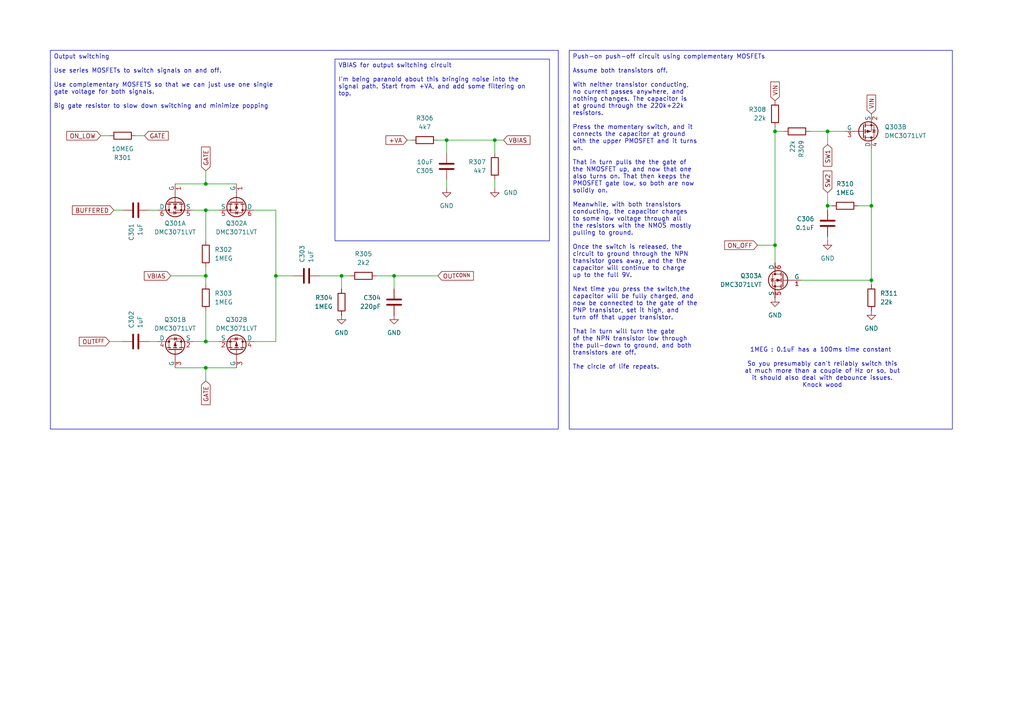
<source format=kicad_sch>
(kicad_sch (version 20250114) (generator "eeschema") (generator_version "9.0")
  (paper "A4")
  (lib_symbols
    (symbol "Device:C" (pin_numbers (hide yes)) (pin_names (offset 0.254))
      (property "Reference" "C" (at 0.635 2.54 0))
      (property "Value" "C" (at 0.635 -2.54 0))
      (symbol "C_0_1"
        (polyline (pts (xy -2.032 0.762) (xy 2.032 0.762)) (stroke (width 0.508)))
        (polyline (pts (xy -2.032 -0.762) (xy 2.032 -0.762)) (stroke (width 0.508)))
      )
      (symbol "C_1_1"
        (pin passive line (at 0 3.81 270) (length 2.794) (name "~") (number "1"))
        (pin passive line (at 0 -3.81 90) (length 2.794) (name "~") (number "2"))
      )
    )
    (symbol "Device:R" (pin_numbers (hide yes)) (pin_names (offset 0))
      (property "Reference" "R" (at 2.032 0 90))
      (property "Value" "R" (at 0 0 90))
      (symbol "R_0_1"
        (rectangle (start -1.016 -2.54) (end 1.016 2.54) (stroke (width 0.254)))
      )
      (symbol "R_1_1"
        (pin passive line (at 0 3.81 270) (length 1.27) (name "~") (number "1"))
        (pin passive line (at 0 -3.81 90) (length 1.27) (name "~") (number "2"))
      )
    )
    (symbol "Mylib:DMC3071LVT" (pin_names (offset 0))
      (property "Reference" "Q" (at 2.54 1.905 0))
      (property "Value" "DMC3071LVT" (at 2.54 0 0))
      (symbol "DMC3071LVT_0_1"
        (polyline (pts (xy -2.286 1.905) (xy -2.286 -1.905)) (stroke (width 0.254)))
        (polyline (pts (xy -2.286 0) (xy -5.08 0)))
        (polyline (pts (xy -1.778 2.286) (xy -1.778 1.27)) (stroke (width 0.254)))
        (polyline (pts (xy -1.778 0.508) (xy -1.778 -0.508)) (stroke (width 0.254)))
        (polyline (pts (xy -1.778 -1.27) (xy -1.778 -2.286)) (stroke (width 0.254)))
        (polyline (pts (xy -1.778 -1.778) (xy 0.762 -1.778) (xy 0.762 1.778) (xy -1.778 1.778)))
        (circle (center -0.889 0) (radius 2.794) (stroke (width 0.254)))
        (polyline (pts (xy 0 2.54) (xy 0 1.778)))
        (circle (center 0 1.778) (radius 0.254) (fill (type outline)))
        (circle (center 0 -1.778) (radius 0.254) (fill (type outline)))
        (polyline (pts (xy 0 -2.54) (xy 0 0) (xy -1.778 0)))
      )
      (symbol "DMC3071LVT_1_1"
        (polyline (pts (xy -1.524 0) (xy -0.508 0.381) (xy -0.508 -0.381) (xy -1.524 0)) (fill (type outline)))
        (polyline (pts (xy 0.254 0.508) (xy 0.381 0.381) (xy 1.143 0.381) (xy 1.27 0.254)))
        (polyline (pts (xy 0.762 0.381) (xy 0.381 -0.254) (xy 1.143 -0.254) (xy 0.762 0.381)))
        (pin passive line (at -7.62 0 0) (length 2.54) (name "G") (number "1"))
        (pin passive line (at 0 5.08 270) (length 2.54) (name "D") (number "6"))
        (pin passive line (at 0 -5.08 90) (length 2.54) (name "S") (number "5"))
      )
      (symbol "DMC3071LVT_2_1"
        (polyline (pts (xy -0.254 0) (xy -1.27 0.381) (xy -1.27 -0.381) (xy -0.254 0)) (fill (type outline)))
        (polyline (pts (xy 0.254 -0.508) (xy 0.381 -0.381) (xy 1.143 -0.381) (xy 1.27 -0.254)))
        (polyline (pts (xy 0.762 -0.381) (xy 0.381 0.254) (xy 1.143 0.254) (xy 0.762 -0.381)))
        (pin passive line (at -7.62 0 0) (length 2.54) (name "G") (number "3"))
        (pin passive line (at 0 5.08 270) (length 2.54) (name "D") (number "4"))
        (pin passive line (at 0 -5.08 90) (length 2.54) (name "S") (number "2"))
      )
    )
    (symbol "power:GND" (power) (pin_numbers (hide yes)) (pin_names (offset 0) (hide yes))
      (property "Value" "GND" (at 0 -3.81 0))
      (symbol "GND_0_1"
        (polyline (pts (xy 0 0) (xy 0 -1.27) (xy 1.27 -1.27) (xy 0 -2.54) (xy -1.27 -1.27) (xy 0 -1.27)))
      )
      (symbol "GND_1_1"
        (pin power_in line (at 0 0 270) (length 0) (name "~") (number "1"))
      )
    )
  )
  (text "1MEG : 0.1uF has a 100ms time constant \n\nSo you presumably can't reliably switch this\nat much more than a couple of Hz or so, but\nit should also deal with debounce issues.\nKnock wood" (at 238.506 106.68 0) (effects (font (size 1.27 1.27))))
  (text_box "Push-on push-off circuit using complementary MOSFETs\n\nAssume both transistors off.\n\nWith neither transistor conducting,\nno current passes anywhere, and\nnothing changes. The capacitor is\nat ground through the 220k+22k\nresistors.\n\nPress the momentary switch, and it\nconnects the capacitor at ground\nwith the upper PMOSFET and it turns\non.\n\nThat in turn pulls the the gate of\nthe NMOSFET up, and now that one\nalso turns on. That then keeps the \nPMOSFET gate low, so both are now\nsolidly on.\n\nMeanwhile, with both transistors\nconducting, the capacitor charges\nto some low voltage through all\nthe resistors with the NMOS mostly\npulling to ground.\n\nOnce the switch is released, the\ncircuit to ground through the NPN\ntransistor goes away, and the the\ncapacitor will continue to charge\nup to the full 9V.\n\nNext time you press the switch,the\ncapacitor will be fully charged, and\nnow be connected to the gate of the\nPNP transistor, set it high, and\nturn off that upper transistor.\n\nThat in turn will turn the gate\nof the NPN transistor low through\nthe pull-down to ground, and both\ntransistors are off.\n\nThe circle of life repeats." (at 165.1 14.605 0) (size 111.125 109.855) (margins 0.9525 0.9525 0.9525 0.9525) (effects (font (size 1.27 1.27)) (justify left top)))
  (text_box "Output switching\n\nUse series MOSFETs to switch signals on and off. \n\nUse complementary MOSFETS so that we can just use one single\ngate voltage for both signals.\n\nBig gate resistor to slow down switching and minimize popping\n" (at 14.605 14.605 0) (size 147.32 109.855) (margins 0.9525 0.9525 0.9525 0.9525) (effects (font (size 1.27 1.27)) (justify left top)))
  (text_box "VBIAS for output switching circuit\n\nI'm being paranoid about this bringing noise into the\nsignal path. Start from +VA, and add some filtering on\ntop." (at 97.155 17.145 0) (size 62.23 52.705) (margins 0.9525 0.9525 0.9525 0.9525) (effects (font (size 1.27 1.27)) (justify left top)))
  (junction (at 59.69 53.34))
  (junction (at 59.69 106.68))
  (junction (at 59.69 99.06))
  (junction (at 240.03 38.1))
  (junction (at 252.73 59.69))
  (junction (at 252.73 81.28))
  (junction (at 240.03 59.69))
  (junction (at 80.01 80.01))
  (junction (at 59.69 80.01))
  (junction (at 114.3 80.01))
  (junction (at 224.79 71.12))
  (junction (at 224.79 38.1))
  (junction (at 99.06 80.01))
  (junction (at 143.51 40.64))
  (junction (at 129.54 40.64))
  (junction (at 59.69 60.96))
  (wire (pts (xy 43.18 60.96) (xy 45.72 60.96)))
  (wire (pts (xy 224.79 71.12) (xy 224.79 76.2)))
  (wire (pts (xy 240.03 38.1) (xy 245.11 38.1)))
  (wire (pts (xy 55.88 99.06) (xy 59.69 99.06)))
  (wire (pts (xy 224.79 38.1) (xy 224.79 71.12)))
  (wire (pts (xy 29.21 39.37) (xy 31.75 39.37)))
  (wire (pts (xy 232.41 81.28) (xy 252.73 81.28)))
  (wire (pts (xy 240.03 38.1) (xy 240.03 41.91)))
  (wire (pts (xy 143.51 44.45) (xy 143.51 40.64)))
  (wire (pts (xy 92.71 80.01) (xy 99.06 80.01)))
  (wire (pts (xy 80.01 60.96) (xy 80.01 80.01)))
  (wire (pts (xy 73.66 99.06) (xy 80.01 99.06)))
  (wire (pts (xy 50.8 53.34) (xy 59.69 53.34)))
  (wire (pts (xy 50.8 106.68) (xy 59.69 106.68)))
  (wire (pts (xy 224.79 36.83) (xy 224.79 38.1)))
  (wire (pts (xy 80.01 80.01) (xy 85.09 80.01)))
  (wire (pts (xy 39.37 39.37) (xy 41.91 39.37)))
  (wire (pts (xy 59.69 60.96) (xy 63.5 60.96)))
  (wire (pts (xy 234.95 38.1) (xy 240.03 38.1)))
  (wire (pts (xy 240.03 60.96) (xy 240.03 59.69)))
  (wire (pts (xy 224.79 38.1) (xy 227.33 38.1)))
  (wire (pts (xy 59.69 80.01) (xy 59.69 82.55)))
  (wire (pts (xy 129.54 40.64) (xy 143.51 40.64)))
  (wire (pts (xy 59.69 99.06) (xy 63.5 99.06)))
  (wire (pts (xy 55.88 60.96) (xy 59.69 60.96)))
  (wire (pts (xy 43.18 99.06) (xy 45.72 99.06)))
  (wire (pts (xy 59.69 90.17) (xy 59.69 99.06)))
  (wire (pts (xy 129.54 52.07) (xy 129.54 54.61)))
  (wire (pts (xy 33.02 60.96) (xy 35.56 60.96)))
  (wire (pts (xy 59.69 49.53) (xy 59.69 53.34)))
  (wire (pts (xy 59.69 110.49) (xy 59.69 106.68)))
  (wire (pts (xy 59.69 106.68) (xy 68.58 106.68)))
  (wire (pts (xy 73.66 60.96) (xy 80.01 60.96)))
  (wire (pts (xy 219.71 71.12) (xy 224.79 71.12)))
  (wire (pts (xy 240.03 55.88) (xy 240.03 59.69)))
  (wire (pts (xy 252.73 43.18) (xy 252.73 59.69)))
  (wire (pts (xy 31.75 99.06) (xy 35.56 99.06)))
  (wire (pts (xy 49.53 80.01) (xy 59.69 80.01)))
  (wire (pts (xy 143.51 40.64) (xy 146.05 40.64)))
  (wire (pts (xy 252.73 82.55) (xy 252.73 81.28)))
  (wire (pts (xy 114.3 80.01) (xy 127 80.01)))
  (wire (pts (xy 80.01 80.01) (xy 80.01 99.06)))
  (wire (pts (xy 59.69 53.34) (xy 68.58 53.34)))
  (wire (pts (xy 240.03 68.58) (xy 240.03 69.85)))
  (wire (pts (xy 127 40.64) (xy 129.54 40.64)))
  (wire (pts (xy 240.03 59.69) (xy 241.3 59.69)))
  (wire (pts (xy 252.73 59.69) (xy 252.73 81.28)))
  (wire (pts (xy 248.92 59.69) (xy 252.73 59.69)))
  (wire (pts (xy 59.69 80.01) (xy 59.69 77.47)))
  (wire (pts (xy 114.3 80.01) (xy 114.3 83.82)))
  (wire (pts (xy 99.06 80.01) (xy 99.06 83.82)))
  (wire (pts (xy 118.11 40.64) (xy 119.38 40.64)))
  (wire (pts (xy 99.06 80.01) (xy 101.6 80.01)))
  (wire (pts (xy 109.22 80.01) (xy 114.3 80.01)))
  (wire (pts (xy 143.51 52.07) (xy 143.51 54.61)))
  (wire (pts (xy 129.54 40.64) (xy 129.54 44.45)))
  (wire (pts (xy 59.69 60.96) (xy 59.69 69.85)))
  (global_label "SW2" (shape input) (at 240.03 55.88 90) (property "Intersheetrefs" "${INTERSHEET_REFS}" (effects (hide yes))))
  (global_label "ON_OFF" (shape input) (at 219.71 71.12 180) (property "Intersheetrefs" "${INTERSHEET_REFS}" (effects (hide yes))))
  (global_label "ON_LOW" (shape input) (at 29.21 39.37 180) (property "Intersheetrefs" "${INTERSHEET_REFS}" (effects (hide yes))))
  (global_label "BUFFERED" (shape input) (at 33.02 60.96 180) (property "Intersheetrefs" "${INTERSHEET_REFS}" (effects (hide yes))))
  (global_label "VBIAS" (shape input) (at 146.05 40.64 0) (property "Intersheetrefs" "${INTERSHEET_REFS}" (effects (hide yes))))
  (global_label "SW1" (shape input) (at 240.03 41.91 270) (property "Intersheetrefs" "${INTERSHEET_REFS}" (effects (hide yes))))
  (global_label "OUT^{CONN}" (shape input) (at 127 80.01 0) (property "Intersheetrefs" "${INTERSHEET_REFS}" (effects (hide yes))))
  (global_label "GATE" (shape input) (at 59.69 49.53 90) (property "Intersheetrefs" "${INTERSHEET_REFS}" (effects (hide yes))))
  (global_label "+VA" (shape input) (at 118.11 40.64 180) (property "Intersheetrefs" "${INTERSHEET_REFS}" (effects (hide yes))))
  (global_label "GATE" (shape input) (at 59.69 110.49 270) (property "Intersheetrefs" "${INTERSHEET_REFS}" (effects (hide yes))))
  (global_label "VIN" (shape input) (at 252.73 33.02 90) (property "Intersheetrefs" "${INTERSHEET_REFS}" (effects (hide yes))))
  (global_label "GATE" (shape input) (at 41.91 39.37 0) (property "Intersheetrefs" "${INTERSHEET_REFS}" (effects (hide yes))))
  (global_label "VIN" (shape input) (at 224.79 29.21 90) (property "Intersheetrefs" "${INTERSHEET_REFS}" (effects (hide yes))))
  (global_label "OUT^{EFF}" (shape input) (at 31.75 99.06 180) (property "Intersheetrefs" "${INTERSHEET_REFS}" (effects (hide yes))))
  (global_label "VBIAS" (shape input) (at 49.53 80.01 180) (property "Intersheetrefs" "${INTERSHEET_REFS}" (effects (hide yes))))
  (symbol (lib_id "Device:R") (at 99.06 87.63 0) (mirror x) (unit 1)
    (property "Reference" "R304" (at 96.52 86.3599 0) (effects (justify right)))
    (property "Value" "1MEG" (at 96.52 88.8999 0) (effects (justify right)))
    (property "Footprint" "Resistor_SMD:R_0805_2012Metric" (effects (hide yes)))
    (property "Description" "Resistor" (effects (hide yes)))
  )
  (symbol (lib_id "power:GND") (at 252.73 90.17 0) (unit 1)
    (property "Reference" "#PWR0307" (effects (hide yes)))
    (property "Value" "GND" (at 252.73 95.25 0))
    (property "Description" "Power symbol creates a global label with name \"GND\" , ground" (effects (hide yes)))
  )
  (symbol (lib_id "Mylib:DMC3071LVT") (at 50.8 60.96 90) (mirror x) (unit 1)
    (property "Reference" "Q301" (at 50.8 64.77 90))
    (property "Value" "DMC3071LVT" (at 50.8 67.31 90))
    (property "Footprint" "Package_TO_SOT_SMD:TSOT-23-6" (effects (hide yes)))
    (property "Datasheet" "https://www.diodes.com/datasheet/download/DMC3071LVT.pdf" (effects (hide yes)))
    (property "Description" "Complementary pair enhancement mode MOSFET, TSOT-23-6" (effects (hide yes)))
    (property "Sim.Library" "spice/DMC3071LVT.lib" (effects (hide yes)))
    (property "Sim.Name" "DMC3071LVT" (effects (hide yes)))
    (property "Sim.Device" "SUBCKT" (effects (hide yes)))
    (property "Sim.Pins" "1=G1 2=S2 3=G2 4=D2 5=S1 6=D1" (effects (hide yes)))
  )
  (symbol (lib_id "Device:R") (at 245.11 59.69 90) (unit 1)
    (property "Reference" "R310" (at 245.11 53.34 90))
    (property "Value" "1MEG" (at 245.11 55.88 90))
    (property "Footprint" "Resistor_SMD:R_0805_2012Metric" (effects (hide yes)))
    (property "Description" "Resistor" (effects (hide yes)))
  )
  (symbol (lib_id "Device:C") (at 39.37 99.06 90) (unit 1)
    (property "Reference" "C302" (at 38.0999 95.25 0) (effects (justify left)))
    (property "Value" "1uF" (at 40.6399 95.25 0) (effects (justify left)))
    (property "Footprint" "Capacitor_SMD:C_1206_3216Metric" (effects (hide yes)))
    (property "Description" "Unpolarized capacitor" (effects (hide yes)))
  )
  (symbol (lib_id "Device:R") (at 252.73 86.36 180) (unit 1)
    (property "Reference" "R311" (at 255.27 85.0899 0) (effects (justify right)))
    (property "Value" "22k" (at 255.27 87.6299 0) (effects (justify right)))
    (property "Footprint" "Resistor_SMD:R_0805_2012Metric" (effects (hide yes)))
    (property "Description" "Resistor" (effects (hide yes)))
  )
  (symbol (lib_id "Device:R") (at 35.56 39.37 90) (mirror x) (unit 1)
    (property "Reference" "R301" (at 35.56 45.72 90))
    (property "Value" "10MEG" (at 35.56 43.18 90))
    (property "Footprint" "Resistor_SMD:R_0805_2012Metric" (effects (hide yes)))
    (property "Description" "Resistor" (effects (hide yes)))
  )
  (symbol (lib_id "power:GND") (at 240.03 69.85 0) (unit 1)
    (property "Reference" "#PWR0306" (effects (hide yes)))
    (property "Value" "GND" (at 240.03 74.93 0))
    (property "Description" "Power symbol creates a global label with name \"GND\" , ground" (effects (hide yes)))
  )
  (symbol (lib_id "Mylib:DMC3071LVT") (at 252.73 38.1 0) (mirror x) (unit 2)
    (property "Reference" "Q303" (at 256.54 36.8299 0) (effects (justify left)))
    (property "Value" "DMC3071LVT" (at 256.54 39.3699 0) (effects (justify left)))
    (property "Footprint" "Package_TO_SOT_SMD:TSOT-23-6" (effects (hide yes)))
    (property "Datasheet" "https://www.diodes.com/datasheet/download/DMC3071LVT.pdf" (effects (hide yes)))
    (property "Description" "Complementary pair enhancement mode MOSFET, TSOT-23-6" (effects (hide yes)))
    (property "Sim.Library" "spice/DMC3071LVT.lib" (effects (hide yes)))
    (property "Sim.Name" "DMC3071LVT" (effects (hide yes)))
    (property "Sim.Device" "SUBCKT" (effects (hide yes)))
    (property "Sim.Pins" "1=G1 2=S2 3=G2 4=D2 5=S1 6=D1" (effects (hide yes)))
  )
  (symbol (lib_id "Device:C") (at 39.37 60.96 90) (mirror x) (unit 1)
    (property "Reference" "C301" (at 38.0999 64.77 0) (effects (justify left)))
    (property "Value" "1uF" (at 40.6399 64.77 0) (effects (justify left)))
    (property "Footprint" "Capacitor_SMD:C_1206_3216Metric" (effects (hide yes)))
    (property "Description" "Unpolarized capacitor" (effects (hide yes)))
  )
  (symbol (lib_id "Device:R") (at 59.69 86.36 0) (unit 1)
    (property "Reference" "R303" (at 62.23 85.0899 0) (effects (justify left)))
    (property "Value" "1MEG" (at 62.23 87.6299 0) (effects (justify left)))
    (property "Footprint" "Resistor_SMD:R_0805_2012Metric" (effects (hide yes)))
    (property "Description" "Resistor" (effects (hide yes)))
  )
  (symbol (lib_id "Mylib:DMC3071LVT") (at 224.79 81.28 0) (mirror y) (unit 1)
    (property "Reference" "Q303" (at 220.98 80.0099 0) (effects (justify left)))
    (property "Value" "DMC3071LVT" (at 220.98 82.5499 0) (effects (justify left)))
    (property "Footprint" "Package_TO_SOT_SMD:TSOT-23-6" (effects (hide yes)))
    (property "Datasheet" "https://www.diodes.com/datasheet/download/DMC3071LVT.pdf" (effects (hide yes)))
    (property "Description" "Complementary pair enhancement mode MOSFET, TSOT-23-6" (effects (hide yes)))
    (property "Sim.Library" "spice/DMC3071LVT.lib" (effects (hide yes)))
    (property "Sim.Name" "DMC3071LVT" (effects (hide yes)))
    (property "Sim.Device" "SUBCKT" (effects (hide yes)))
    (property "Sim.Pins" "1=G1 2=S2 3=G2 4=D2 5=S1 6=D1" (effects (hide yes)))
  )
  (symbol (lib_id "Device:C") (at 240.03 64.77 0) (mirror y) (unit 1)
    (property "Reference" "C306" (at 236.22 63.4999 0) (effects (justify left)))
    (property "Value" "0.1uF" (at 236.22 66.0399 0) (effects (justify left)))
    (property "Footprint" "Mylib:C_0704_1810Metric" (effects (hide yes)))
    (property "Description" "Unpolarized capacitor" (effects (hide yes)))
  )
  (symbol (lib_id "Device:R") (at 123.19 40.64 270) (unit 1)
    (property "Reference" "R306" (at 123.19 34.29 90))
    (property "Value" "4k7" (at 123.19 36.83 90))
    (property "Footprint" "Resistor_SMD:R_0805_2012Metric" (effects (hide yes)))
    (property "Description" "Resistor" (effects (hide yes)))
  )
  (symbol (lib_id "power:GND") (at 129.54 54.61 0) (unit 1)
    (property "Reference" "#PWR0303" (effects (hide yes)))
    (property "Value" "GND" (at 129.54 59.69 0))
    (property "Description" "Power symbol creates a global label with name \"GND\" , ground" (effects (hide yes)))
  )
  (symbol (lib_id "Device:R") (at 105.41 80.01 90) (unit 1)
    (property "Reference" "R305" (at 105.41 73.66 90))
    (property "Value" "2k2" (at 105.41 76.2 90))
    (property "Footprint" "Resistor_SMD:R_0805_2012Metric" (effects (hide yes)))
    (property "Description" "Resistor" (effects (hide yes)))
  )
  (symbol (lib_id "Device:C") (at 129.54 48.26 180) (unit 1)
    (property "Reference" "C305" (at 125.73 49.5301 0) (effects (justify left)))
    (property "Value" "10uF" (at 125.73 46.9901 0) (effects (justify left)))
    (property "Footprint" "Capacitor_SMD:C_1206_3216Metric" (effects (hide yes)))
    (property "Description" "Unpolarized capacitor" (effects (hide yes)))
  )
  (symbol (lib_id "Device:C") (at 114.3 87.63 0) (mirror y) (unit 1)
    (property "Reference" "C304" (at 110.49 86.3599 0) (effects (justify left)))
    (property "Value" "220pF" (at 110.49 88.8999 0) (effects (justify left)))
    (property "Footprint" "Capacitor_SMD:C_0805_2012Metric" (effects (hide yes)))
    (property "Description" "Unpolarized capacitor" (effects (hide yes)))
  )
  (symbol (lib_id "power:GND") (at 99.06 91.44 0) (unit 1)
    (property "Reference" "#PWR0301" (effects (hide yes)))
    (property "Value" "GND" (at 99.06 96.52 0))
    (property "Description" "Power symbol creates a global label with name \"GND\" , ground" (effects (hide yes)))
  )
  (symbol (lib_id "Device:R") (at 143.51 48.26 0) (mirror x) (unit 1)
    (property "Reference" "R307" (at 140.97 46.9899 0) (effects (justify right)))
    (property "Value" "4k7" (at 140.97 49.5299 0) (effects (justify right)))
    (property "Footprint" "Resistor_SMD:R_0805_2012Metric" (effects (hide yes)))
    (property "Description" "Resistor" (effects (hide yes)))
  )
  (symbol (lib_id "power:GND") (at 143.51 54.61 0) (unit 1)
    (property "Reference" "#PWR0304" (effects (hide yes)))
    (property "Value" "GND" (at 146.05 55.8799 0) (effects (justify left)))
    (property "Description" "Power symbol creates a global label with name \"GND\" , ground" (effects (hide yes)))
  )
  (symbol (lib_id "power:GND") (at 114.3 91.44 0) (unit 1)
    (property "Reference" "#PWR0302" (effects (hide yes)))
    (property "Value" "GND" (at 114.3 96.52 0))
    (property "Description" "Power symbol creates a global label with name \"GND\" , ground" (effects (hide yes)))
  )
  (symbol (lib_id "Mylib:DMC3071LVT") (at 50.8 99.06 90) (unit 2)
    (property "Reference" "Q301" (at 50.8 92.71 90))
    (property "Value" "DMC3071LVT" (at 50.8 95.25 90))
    (property "Footprint" "Package_TO_SOT_SMD:TSOT-23-6" (effects (hide yes)))
    (property "Datasheet" "https://www.diodes.com/datasheet/download/DMC3071LVT.pdf" (effects (hide yes)))
    (property "Description" "Complementary pair enhancement mode MOSFET, TSOT-23-6" (effects (hide yes)))
    (property "Sim.Library" "spice/DMC3071LVT.lib" (effects (hide yes)))
    (property "Sim.Name" "DMC3071LVT" (effects (hide yes)))
    (property "Sim.Device" "SUBCKT" (effects (hide yes)))
    (property "Sim.Pins" "1=G1 2=S2 3=G2 4=D2 5=S1 6=D1" (effects (hide yes)))
  )
  (symbol (lib_id "Device:R") (at 231.14 38.1 90) (unit 1)
    (property "Reference" "R309" (at 232.4101 40.64 0) (effects (justify right)))
    (property "Value" "22k" (at 229.8701 40.64 0) (effects (justify right)))
    (property "Footprint" "Resistor_SMD:R_0805_2012Metric" (effects (hide yes)))
    (property "Description" "Resistor" (effects (hide yes)))
  )
  (symbol (lib_id "Device:C") (at 88.9 80.01 90) (unit 1)
    (property "Reference" "C303" (at 87.6299 76.2 0) (effects (justify left)))
    (property "Value" "1uF" (at 90.1699 76.2 0) (effects (justify left)))
    (property "Footprint" "Capacitor_SMD:C_1206_3216Metric" (effects (hide yes)))
    (property "Description" "Unpolarized capacitor" (effects (hide yes)))
  )
  (symbol (lib_id "Device:R") (at 59.69 73.66 0) (unit 1)
    (property "Reference" "R302" (at 62.23 72.3899 0) (effects (justify left)))
    (property "Value" "1MEG" (at 62.23 74.9299 0) (effects (justify left)))
    (property "Footprint" "Resistor_SMD:R_0805_2012Metric" (effects (hide yes)))
    (property "Description" "Resistor" (effects (hide yes)))
  )
  (symbol (lib_id "Mylib:DMC3071LVT") (at 68.58 60.96 270) (unit 1)
    (property "Reference" "Q302" (at 68.58 64.77 90))
    (property "Value" "DMC3071LVT" (at 68.58 67.31 90))
    (property "Footprint" "Package_TO_SOT_SMD:TSOT-23-6" (effects (hide yes)))
    (property "Datasheet" "https://www.diodes.com/datasheet/download/DMC3071LVT.pdf" (effects (hide yes)))
    (property "Description" "Complementary pair enhancement mode MOSFET, TSOT-23-6" (effects (hide yes)))
    (property "Sim.Library" "spice/DMC3071LVT.lib" (effects (hide yes)))
    (property "Sim.Name" "DMC3071LVT" (effects (hide yes)))
    (property "Sim.Device" "SUBCKT" (effects (hide yes)))
    (property "Sim.Pins" "1=G1 2=S2 3=G2 4=D2 5=S1 6=D1" (effects (hide yes)))
  )
  (symbol (lib_id "power:GND") (at 224.79 86.36 0) (unit 1)
    (property "Reference" "#PWR0305" (effects (hide yes)))
    (property "Value" "GND" (at 224.79 91.44 0))
    (property "Description" "Power symbol creates a global label with name \"GND\" , ground" (effects (hide yes)))
  )
  (symbol (lib_id "Device:R") (at 224.79 33.02 0) (mirror x) (unit 1)
    (property "Reference" "R308" (at 222.25 31.7499 0) (effects (justify right)))
    (property "Value" "22k" (at 222.25 34.2899 0) (effects (justify right)))
    (property "Footprint" "Resistor_SMD:R_0805_2012Metric" (effects (hide yes)))
    (property "Description" "Resistor" (effects (hide yes)))
  )
  (symbol (lib_id "Mylib:DMC3071LVT") (at 68.58 99.06 270) (mirror x) (unit 2)
    (property "Reference" "Q302" (at 68.58 92.71 90))
    (property "Value" "DMC3071LVT" (at 68.58 95.25 90))
    (property "Footprint" "Package_TO_SOT_SMD:TSOT-23-6" (effects (hide yes)))
    (property "Datasheet" "https://www.diodes.com/datasheet/download/DMC3071LVT.pdf" (effects (hide yes)))
    (property "Description" "Complementary pair enhancement mode MOSFET, TSOT-23-6" (effects (hide yes)))
    (property "Sim.Library" "spice/DMC3071LVT.lib" (effects (hide yes)))
    (property "Sim.Name" "DMC3071LVT" (effects (hide yes)))
    (property "Sim.Device" "SUBCKT" (effects (hide yes)))
    (property "Sim.Pins" "1=G1 2=S2 3=G2 4=D2 5=S1 6=D1" (effects (hide yes)))
  )
)
</source>
